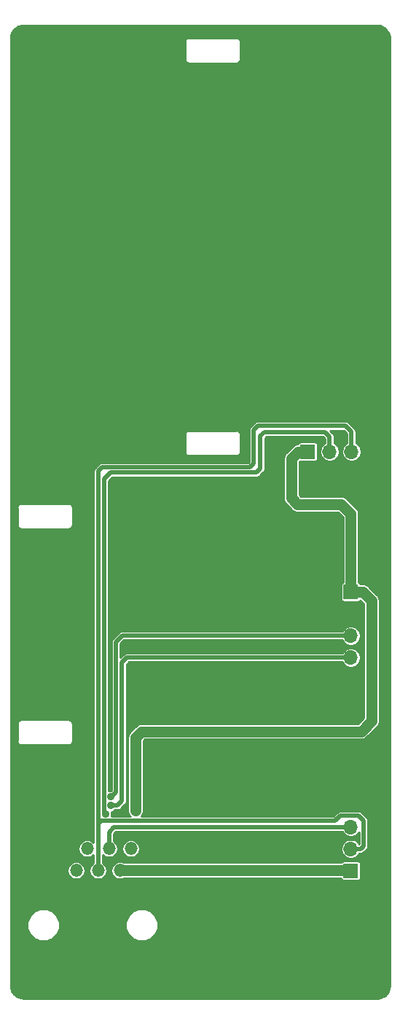
<source format=gbr>
G04 #@! TF.GenerationSoftware,KiCad,Pcbnew,5.0.2-bee76a0~70~ubuntu18.04.1*
G04 #@! TF.CreationDate,2019-09-06T11:27:55+02:00*
G04 #@! TF.ProjectId,sensor_board,73656e73-6f72-45f6-926f-6172642e6b69,1.0*
G04 #@! TF.SameCoordinates,Original*
G04 #@! TF.FileFunction,Copper,L1,Top*
G04 #@! TF.FilePolarity,Positive*
%FSLAX46Y46*%
G04 Gerber Fmt 4.6, Leading zero omitted, Abs format (unit mm)*
G04 Created by KiCad (PCBNEW 5.0.2-bee76a0~70~ubuntu18.04.1) date vie 06 sep 2019 11:27:55 CEST*
%MOMM*%
%LPD*%
G01*
G04 APERTURE LIST*
G04 #@! TA.AperFunction,ComponentPad*
%ADD10O,1.700000X1.700000*%
G04 #@! TD*
G04 #@! TA.AperFunction,ComponentPad*
%ADD11R,1.700000X1.700000*%
G04 #@! TD*
G04 #@! TA.AperFunction,ComponentPad*
%ADD12O,1.496060X1.496060*%
G04 #@! TD*
G04 #@! TA.AperFunction,ViaPad*
%ADD13C,0.876300*%
G04 #@! TD*
G04 #@! TA.AperFunction,Conductor*
%ADD14C,1.270000*%
G04 #@! TD*
G04 #@! TA.AperFunction,Conductor*
%ADD15C,0.508000*%
G04 #@! TD*
G04 #@! TA.AperFunction,Conductor*
%ADD16C,0.254000*%
G04 #@! TD*
G04 APERTURE END LIST*
D10*
G04 #@! TO.P,J2,4*
G04 #@! TO.N,/RXD2*
X155000000Y-118920000D03*
G04 #@! TO.P,J2,3*
G04 #@! TO.N,/TXD2*
X155000000Y-116380000D03*
G04 #@! TO.P,J2,2*
G04 #@! TO.N,GND*
X155000000Y-113840000D03*
D11*
G04 #@! TO.P,J2,1*
G04 #@! TO.N,+5V*
X155000000Y-111300000D03*
G04 #@! TD*
G04 #@! TO.P,J3,1*
G04 #@! TO.N,+3V3*
X155000000Y-143700000D03*
D10*
G04 #@! TO.P,J3,2*
G04 #@! TO.N,/I2C_SCL*
X155000000Y-141160000D03*
G04 #@! TO.P,J3,3*
G04 #@! TO.N,/I2C_SDA*
X155000000Y-138620000D03*
G04 #@! TO.P,J3,4*
G04 #@! TO.N,GND*
X155000000Y-136080000D03*
G04 #@! TD*
D12*
G04 #@! TO.P,J4,8*
G04 #@! TO.N,+5V*
X129445000Y-141110000D03*
G04 #@! TO.P,J4,7*
G04 #@! TO.N,+3V3*
X128175000Y-143650000D03*
G04 #@! TO.P,J4,6*
G04 #@! TO.N,/I2C_SDA*
X126905000Y-141110000D03*
G04 #@! TO.P,J4,4*
G04 #@! TO.N,/RXD2*
X124365000Y-141110000D03*
G04 #@! TO.P,J4,2*
G04 #@! TO.N,GND*
X121825000Y-141110000D03*
G04 #@! TO.P,J4,5*
G04 #@! TO.N,/I2C_SCL*
X125635000Y-143650000D03*
G04 #@! TO.P,J4,3*
G04 #@! TO.N,/TXD2*
X123095000Y-143650000D03*
G04 #@! TO.P,J4,1*
G04 #@! TO.N,GND*
X120555000Y-143650000D03*
G04 #@! TD*
D11*
G04 #@! TO.P,J5,1*
G04 #@! TO.N,+5V*
X150000000Y-95000000D03*
D10*
G04 #@! TO.P,J5,2*
G04 #@! TO.N,GND*
X150000000Y-97540000D03*
G04 #@! TO.P,J5,3*
G04 #@! TO.N,/I2C_SDA*
X152540000Y-95000000D03*
G04 #@! TO.P,J5,4*
G04 #@! TO.N,GND*
X152540000Y-97540000D03*
G04 #@! TO.P,J5,5*
G04 #@! TO.N,/I2C_SCL*
X155080000Y-95000000D03*
G04 #@! TO.P,J5,6*
G04 #@! TO.N,GND*
X155080000Y-97540000D03*
G04 #@! TD*
D13*
G04 #@! TO.N,+5V*
X130000000Y-136700000D03*
G04 #@! TO.N,/RXD2*
X127119150Y-136100000D03*
G04 #@! TO.N,/TXD2*
X127119150Y-135096697D03*
G04 #@! TO.N,/I2C_SDA*
X126500000Y-137080850D03*
G04 #@! TD*
D14*
G04 #@! TO.N,+5V*
X155000000Y-102200000D02*
X155000000Y-111300000D01*
X150000000Y-95000000D02*
X148900000Y-95000000D01*
X148100000Y-95800000D02*
X148100000Y-100400000D01*
X148900000Y-95000000D02*
X148100000Y-95800000D01*
X153900000Y-101100000D02*
X155000000Y-102200000D01*
X148800000Y-101100000D02*
X153900000Y-101100000D01*
X148100000Y-100400000D02*
X148800000Y-101100000D01*
X130000000Y-128200000D02*
X130700000Y-127500000D01*
X130000000Y-136700000D02*
X130000000Y-128200000D01*
X156400000Y-111300000D02*
X155000000Y-111300000D01*
X130700000Y-127500000D02*
X156200000Y-127500000D01*
X156200000Y-127500000D02*
X157400000Y-126300000D01*
X157400000Y-126300000D02*
X157400000Y-112300000D01*
X157400000Y-112300000D02*
X156400000Y-111300000D01*
G04 #@! TO.N,+3V3*
X154950000Y-143650000D02*
X155000000Y-143700000D01*
X128175000Y-143650000D02*
X154950000Y-143650000D01*
D15*
G04 #@! TO.N,/RXD2*
X127119150Y-136100000D02*
X127900000Y-136100000D01*
X127900000Y-136100000D02*
X128400000Y-135600000D01*
X128400000Y-135600000D02*
X128400000Y-119500000D01*
X128980000Y-118920000D02*
X155000000Y-118920000D01*
X128400000Y-119500000D02*
X128980000Y-118920000D01*
G04 #@! TO.N,/TXD2*
X128420000Y-116380000D02*
X155000000Y-116380000D01*
X127700000Y-117100000D02*
X128420000Y-116380000D01*
X127700000Y-134600000D02*
X127700000Y-117100000D01*
X127119150Y-135096697D02*
X127203303Y-135096697D01*
X127203303Y-135096697D02*
X127700000Y-134600000D01*
G04 #@! TO.N,/I2C_SCL*
X125635000Y-138265000D02*
X126000000Y-137900000D01*
X126000000Y-137900000D02*
X153200000Y-137900000D01*
X153788999Y-137311001D02*
X155911001Y-137311001D01*
X153200000Y-137900000D02*
X153788999Y-137311001D01*
X155911001Y-137311001D02*
X156500000Y-137900000D01*
X156500000Y-137900000D02*
X156500000Y-140800000D01*
X156140000Y-141160000D02*
X155000000Y-141160000D01*
X156500000Y-140800000D02*
X156140000Y-141160000D01*
X125635000Y-139100000D02*
X125635000Y-97265000D01*
X125635000Y-139100000D02*
X125635000Y-138265000D01*
X125635000Y-143650000D02*
X125635000Y-139100000D01*
X125635000Y-97265000D02*
X126100000Y-96800000D01*
X126100000Y-96800000D02*
X143300000Y-96800000D01*
X143300000Y-96800000D02*
X143700000Y-96400000D01*
X143700000Y-96400000D02*
X143700000Y-92500000D01*
X143700000Y-92500000D02*
X144200000Y-92000000D01*
X144200000Y-92000000D02*
X154400000Y-92000000D01*
X155080000Y-92680000D02*
X155080000Y-95000000D01*
X154400000Y-92000000D02*
X155080000Y-92680000D01*
G04 #@! TO.N,/I2C_SDA*
X155000000Y-138620000D02*
X127480000Y-138620000D01*
X126905000Y-139195000D02*
X126905000Y-141110000D01*
X127480000Y-138620000D02*
X126905000Y-139195000D01*
X126500000Y-137080850D02*
X126300000Y-136880850D01*
X126300000Y-98200000D02*
X127064990Y-97435010D01*
X126300000Y-136880850D02*
X126300000Y-98200000D01*
X127064990Y-97435010D02*
X144064990Y-97435010D01*
X144064990Y-97435010D02*
X144500000Y-97000000D01*
X144500000Y-97000000D02*
X144500000Y-93200000D01*
X144500000Y-93200000D02*
X145000000Y-92700000D01*
X145000000Y-92700000D02*
X152000000Y-92700000D01*
X152540000Y-93240000D02*
X152540000Y-95000000D01*
X152000000Y-92700000D02*
X152540000Y-93240000D01*
G04 #@! TD*
D16*
G04 #@! TO.N,GND*
G36*
X158428101Y-45536003D02*
X158821792Y-45715003D01*
X159149416Y-45997303D01*
X159384640Y-46360210D01*
X159513207Y-46790109D01*
X159530100Y-47017437D01*
X159530101Y-156966518D01*
X159463997Y-157428101D01*
X159284997Y-157821793D01*
X159002699Y-158149415D01*
X158639792Y-158384639D01*
X158209891Y-158513207D01*
X157982563Y-158530100D01*
X117033475Y-158530100D01*
X116571899Y-158463997D01*
X116178207Y-158284997D01*
X115850585Y-158002699D01*
X115615361Y-157639792D01*
X115486793Y-157209891D01*
X115469900Y-156982563D01*
X115469900Y-149626377D01*
X117406670Y-149626377D01*
X117406670Y-150373623D01*
X117692628Y-151063989D01*
X118221011Y-151592372D01*
X118911377Y-151878330D01*
X119658623Y-151878330D01*
X120348989Y-151592372D01*
X120877372Y-151063989D01*
X121163330Y-150373623D01*
X121163330Y-149626377D01*
X128836670Y-149626377D01*
X128836670Y-150373623D01*
X129122628Y-151063989D01*
X129651011Y-151592372D01*
X130341377Y-151878330D01*
X131088623Y-151878330D01*
X131778989Y-151592372D01*
X132307372Y-151063989D01*
X132593330Y-150373623D01*
X132593330Y-149626377D01*
X132307372Y-148936011D01*
X131778989Y-148407628D01*
X131088623Y-148121670D01*
X130341377Y-148121670D01*
X129651011Y-148407628D01*
X129122628Y-148936011D01*
X128836670Y-149626377D01*
X121163330Y-149626377D01*
X120877372Y-148936011D01*
X120348989Y-148407628D01*
X119658623Y-148121670D01*
X118911377Y-148121670D01*
X118221011Y-148407628D01*
X117692628Y-148936011D01*
X117406670Y-149626377D01*
X115469900Y-149626377D01*
X115469900Y-143650000D01*
X122047442Y-143650000D01*
X122127183Y-144050883D01*
X122354265Y-144390735D01*
X122694117Y-144617817D01*
X122993810Y-144677430D01*
X123196190Y-144677430D01*
X123495883Y-144617817D01*
X123835735Y-144390735D01*
X124062817Y-144050883D01*
X124142558Y-143650000D01*
X124062817Y-143249117D01*
X123835735Y-142909265D01*
X123495883Y-142682183D01*
X123196190Y-142622570D01*
X122993810Y-142622570D01*
X122694117Y-142682183D01*
X122354265Y-142909265D01*
X122127183Y-143249117D01*
X122047442Y-143650000D01*
X115469900Y-143650000D01*
X115469900Y-141110000D01*
X123317442Y-141110000D01*
X123397183Y-141510883D01*
X123624265Y-141850735D01*
X123964117Y-142077817D01*
X124263810Y-142137430D01*
X124466190Y-142137430D01*
X124765883Y-142077817D01*
X125101600Y-141853498D01*
X125101600Y-142770728D01*
X124894265Y-142909265D01*
X124667183Y-143249117D01*
X124587442Y-143650000D01*
X124667183Y-144050883D01*
X124894265Y-144390735D01*
X125234117Y-144617817D01*
X125533810Y-144677430D01*
X125736190Y-144677430D01*
X126035883Y-144617817D01*
X126375735Y-144390735D01*
X126602817Y-144050883D01*
X126682558Y-143650000D01*
X127127442Y-143650000D01*
X127207183Y-144050883D01*
X127434265Y-144390735D01*
X127774117Y-144617817D01*
X128073810Y-144677430D01*
X128276190Y-144677430D01*
X128575883Y-144617817D01*
X128655827Y-144564400D01*
X153867991Y-144564400D01*
X153886812Y-144659016D01*
X153948564Y-144751436D01*
X154040984Y-144813188D01*
X154150000Y-144834873D01*
X155850000Y-144834873D01*
X155959016Y-144813188D01*
X156051436Y-144751436D01*
X156113188Y-144659016D01*
X156134873Y-144550000D01*
X156134873Y-142850000D01*
X156113188Y-142740984D01*
X156051436Y-142648564D01*
X155959016Y-142586812D01*
X155850000Y-142565127D01*
X154150000Y-142565127D01*
X154040984Y-142586812D01*
X153948564Y-142648564D01*
X153890409Y-142735600D01*
X128655827Y-142735600D01*
X128575883Y-142682183D01*
X128276190Y-142622570D01*
X128073810Y-142622570D01*
X127774117Y-142682183D01*
X127434265Y-142909265D01*
X127207183Y-143249117D01*
X127127442Y-143650000D01*
X126682558Y-143650000D01*
X126602817Y-143249117D01*
X126375735Y-142909265D01*
X126168400Y-142770728D01*
X126168400Y-141853498D01*
X126504117Y-142077817D01*
X126803810Y-142137430D01*
X127006190Y-142137430D01*
X127305883Y-142077817D01*
X127645735Y-141850735D01*
X127872817Y-141510883D01*
X127952558Y-141110000D01*
X128397442Y-141110000D01*
X128477183Y-141510883D01*
X128704265Y-141850735D01*
X129044117Y-142077817D01*
X129343810Y-142137430D01*
X129546190Y-142137430D01*
X129845883Y-142077817D01*
X130185735Y-141850735D01*
X130412817Y-141510883D01*
X130492558Y-141110000D01*
X130412817Y-140709117D01*
X130185735Y-140369265D01*
X129845883Y-140142183D01*
X129546190Y-140082570D01*
X129343810Y-140082570D01*
X129044117Y-140142183D01*
X128704265Y-140369265D01*
X128477183Y-140709117D01*
X128397442Y-141110000D01*
X127952558Y-141110000D01*
X127872817Y-140709117D01*
X127645735Y-140369265D01*
X127438400Y-140230728D01*
X127438400Y-139415940D01*
X127700941Y-139153400D01*
X153998089Y-139153400D01*
X154185748Y-139434252D01*
X154559330Y-139683871D01*
X154888765Y-139749400D01*
X155111235Y-139749400D01*
X155440670Y-139683871D01*
X155814252Y-139434252D01*
X155966600Y-139206246D01*
X155966601Y-140573755D01*
X155814252Y-140345748D01*
X155440670Y-140096129D01*
X155111235Y-140030600D01*
X154888765Y-140030600D01*
X154559330Y-140096129D01*
X154185748Y-140345748D01*
X153936129Y-140719330D01*
X153848474Y-141160000D01*
X153936129Y-141600670D01*
X154185748Y-141974252D01*
X154559330Y-142223871D01*
X154888765Y-142289400D01*
X155111235Y-142289400D01*
X155440670Y-142223871D01*
X155814252Y-141974252D01*
X156001911Y-141693400D01*
X156087474Y-141693400D01*
X156140000Y-141703848D01*
X156192526Y-141693400D01*
X156192531Y-141693400D01*
X156348122Y-141662451D01*
X156524559Y-141544559D01*
X156554317Y-141500023D01*
X156840025Y-141214316D01*
X156884559Y-141184559D01*
X157002451Y-141008122D01*
X157033400Y-140852531D01*
X157033400Y-140852527D01*
X157043848Y-140800000D01*
X157033400Y-140747473D01*
X157033400Y-137952525D01*
X157043848Y-137899999D01*
X157033400Y-137847473D01*
X157033400Y-137847469D01*
X157002451Y-137691878D01*
X156884559Y-137515441D01*
X156840026Y-137485685D01*
X156325318Y-136970978D01*
X156295560Y-136926442D01*
X156119123Y-136808550D01*
X155963532Y-136777601D01*
X155963527Y-136777601D01*
X155911001Y-136767153D01*
X155858475Y-136777601D01*
X153841524Y-136777601D01*
X153788998Y-136767153D01*
X153736472Y-136777601D01*
X153736468Y-136777601D01*
X153580877Y-136808550D01*
X153404440Y-136926442D01*
X153374683Y-136970976D01*
X152979060Y-137366600D01*
X130648240Y-137366600D01*
X130659246Y-137359246D01*
X130861346Y-137056781D01*
X130914400Y-136790060D01*
X130914400Y-128578756D01*
X131078757Y-128414400D01*
X156109941Y-128414400D01*
X156200000Y-128432314D01*
X156290059Y-128414400D01*
X156290060Y-128414400D01*
X156556781Y-128361346D01*
X156859246Y-128159246D01*
X156910264Y-128082892D01*
X157982895Y-127010262D01*
X158059246Y-126959246D01*
X158261346Y-126656781D01*
X158314400Y-126390060D01*
X158314400Y-126390059D01*
X158332314Y-126300001D01*
X158314400Y-126209942D01*
X158314400Y-112390060D01*
X158332314Y-112300000D01*
X158261346Y-111943218D01*
X158182136Y-111824673D01*
X158059246Y-111640754D01*
X157982895Y-111589738D01*
X157110264Y-110717108D01*
X157059246Y-110640754D01*
X156756781Y-110438654D01*
X156490060Y-110385600D01*
X156490059Y-110385600D01*
X156400000Y-110367686D01*
X156309941Y-110385600D01*
X156122063Y-110385600D01*
X156113188Y-110340984D01*
X156051436Y-110248564D01*
X155959016Y-110186812D01*
X155914400Y-110177937D01*
X155914400Y-102290059D01*
X155932314Y-102200000D01*
X155886544Y-101969900D01*
X155861346Y-101843219D01*
X155659246Y-101540754D01*
X155582895Y-101489738D01*
X154610264Y-100517108D01*
X154559246Y-100440754D01*
X154256781Y-100238654D01*
X153990060Y-100185600D01*
X153990059Y-100185600D01*
X153900000Y-100167686D01*
X153809941Y-100185600D01*
X149178757Y-100185600D01*
X149014400Y-100021244D01*
X149014400Y-96178756D01*
X149073500Y-96119656D01*
X149150000Y-96134873D01*
X150850000Y-96134873D01*
X150959016Y-96113188D01*
X151051436Y-96051436D01*
X151113188Y-95959016D01*
X151134873Y-95850000D01*
X151134873Y-94150000D01*
X151113188Y-94040984D01*
X151051436Y-93948564D01*
X150959016Y-93886812D01*
X150850000Y-93865127D01*
X149150000Y-93865127D01*
X149040984Y-93886812D01*
X148948564Y-93948564D01*
X148886812Y-94040984D01*
X148880738Y-94071517D01*
X148809941Y-94085600D01*
X148809940Y-94085600D01*
X148543219Y-94138654D01*
X148240754Y-94340754D01*
X148189738Y-94417105D01*
X147517107Y-95089736D01*
X147440754Y-95140754D01*
X147238654Y-95443220D01*
X147218638Y-95543849D01*
X147167686Y-95800000D01*
X147185600Y-95890059D01*
X147185601Y-100309936D01*
X147167686Y-100400000D01*
X147190980Y-100517103D01*
X147238655Y-100756781D01*
X147440755Y-101059246D01*
X147517105Y-101110262D01*
X148089738Y-101682895D01*
X148140754Y-101759246D01*
X148443219Y-101961346D01*
X148709940Y-102014400D01*
X148799999Y-102032314D01*
X148890058Y-102014400D01*
X153521244Y-102014400D01*
X154085600Y-102578757D01*
X154085601Y-110177937D01*
X154040984Y-110186812D01*
X153948564Y-110248564D01*
X153886812Y-110340984D01*
X153865127Y-110450000D01*
X153865127Y-112150000D01*
X153886812Y-112259016D01*
X153948564Y-112351436D01*
X154040984Y-112413188D01*
X154150000Y-112434873D01*
X155850000Y-112434873D01*
X155959016Y-112413188D01*
X156051436Y-112351436D01*
X156094231Y-112287387D01*
X156485601Y-112678758D01*
X156485600Y-125921243D01*
X155821244Y-126585600D01*
X130790058Y-126585600D01*
X130699999Y-126567686D01*
X130609940Y-126585600D01*
X130343219Y-126638654D01*
X130040754Y-126840754D01*
X129989739Y-126917104D01*
X129417105Y-127489738D01*
X129340755Y-127540754D01*
X129289740Y-127617104D01*
X129138655Y-127843219D01*
X129067686Y-128200000D01*
X129085601Y-128290064D01*
X129085600Y-136790059D01*
X129138654Y-137056780D01*
X129340754Y-137359246D01*
X129351760Y-137366600D01*
X127158309Y-137366600D01*
X127217550Y-137223580D01*
X127217550Y-136938120D01*
X127167609Y-136817550D01*
X127261880Y-136817550D01*
X127525610Y-136708310D01*
X127600520Y-136633400D01*
X127847474Y-136633400D01*
X127900000Y-136643848D01*
X127952526Y-136633400D01*
X127952531Y-136633400D01*
X128108122Y-136602451D01*
X128284559Y-136484559D01*
X128314317Y-136440023D01*
X128740026Y-136014315D01*
X128784559Y-135984559D01*
X128902451Y-135808122D01*
X128933400Y-135652531D01*
X128933400Y-135652527D01*
X128943848Y-135600000D01*
X128933400Y-135547473D01*
X128933400Y-119720940D01*
X129200941Y-119453400D01*
X153998089Y-119453400D01*
X154185748Y-119734252D01*
X154559330Y-119983871D01*
X154888765Y-120049400D01*
X155111235Y-120049400D01*
X155440670Y-119983871D01*
X155814252Y-119734252D01*
X156063871Y-119360670D01*
X156151526Y-118920000D01*
X156063871Y-118479330D01*
X155814252Y-118105748D01*
X155440670Y-117856129D01*
X155111235Y-117790600D01*
X154888765Y-117790600D01*
X154559330Y-117856129D01*
X154185748Y-118105748D01*
X153998089Y-118386600D01*
X129032527Y-118386600D01*
X128980000Y-118376152D01*
X128927473Y-118386600D01*
X128927469Y-118386600D01*
X128771878Y-118417549D01*
X128595441Y-118535441D01*
X128565684Y-118579975D01*
X128233400Y-118912260D01*
X128233400Y-117320940D01*
X128640941Y-116913400D01*
X153998089Y-116913400D01*
X154185748Y-117194252D01*
X154559330Y-117443871D01*
X154888765Y-117509400D01*
X155111235Y-117509400D01*
X155440670Y-117443871D01*
X155814252Y-117194252D01*
X156063871Y-116820670D01*
X156151526Y-116380000D01*
X156063871Y-115939330D01*
X155814252Y-115565748D01*
X155440670Y-115316129D01*
X155111235Y-115250600D01*
X154888765Y-115250600D01*
X154559330Y-115316129D01*
X154185748Y-115565748D01*
X153998089Y-115846600D01*
X128472527Y-115846600D01*
X128420000Y-115836152D01*
X128367473Y-115846600D01*
X128367469Y-115846600D01*
X128211878Y-115877549D01*
X128035441Y-115995441D01*
X128005684Y-116039975D01*
X127359975Y-116685685D01*
X127315442Y-116715441D01*
X127285686Y-116759974D01*
X127285685Y-116759975D01*
X127197550Y-116891878D01*
X127156152Y-117100000D01*
X127166601Y-117152531D01*
X127166600Y-134379059D01*
X127166512Y-134379147D01*
X126976420Y-134379147D01*
X126833400Y-134438388D01*
X126833400Y-98420940D01*
X127285931Y-97968410D01*
X144012464Y-97968410D01*
X144064990Y-97978858D01*
X144117516Y-97968410D01*
X144117521Y-97968410D01*
X144273112Y-97937461D01*
X144449549Y-97819569D01*
X144479307Y-97775033D01*
X144840026Y-97414315D01*
X144884559Y-97384559D01*
X145002451Y-97208122D01*
X145033400Y-97052531D01*
X145033400Y-97052527D01*
X145043848Y-97000001D01*
X145033400Y-96947475D01*
X145033400Y-93420940D01*
X145220941Y-93233400D01*
X151779060Y-93233400D01*
X152006600Y-93460941D01*
X152006600Y-93998089D01*
X151725748Y-94185748D01*
X151476129Y-94559330D01*
X151388474Y-95000000D01*
X151476129Y-95440670D01*
X151725748Y-95814252D01*
X152099330Y-96063871D01*
X152428765Y-96129400D01*
X152651235Y-96129400D01*
X152980670Y-96063871D01*
X153354252Y-95814252D01*
X153603871Y-95440670D01*
X153691526Y-95000000D01*
X153603871Y-94559330D01*
X153354252Y-94185748D01*
X153073400Y-93998089D01*
X153073400Y-93292525D01*
X153083848Y-93239999D01*
X153073400Y-93187473D01*
X153073400Y-93187469D01*
X153042451Y-93031878D01*
X152924559Y-92855441D01*
X152880026Y-92825685D01*
X152587740Y-92533400D01*
X154179060Y-92533400D01*
X154546600Y-92900941D01*
X154546601Y-93998089D01*
X154265748Y-94185748D01*
X154016129Y-94559330D01*
X153928474Y-95000000D01*
X154016129Y-95440670D01*
X154265748Y-95814252D01*
X154639330Y-96063871D01*
X154968765Y-96129400D01*
X155191235Y-96129400D01*
X155520670Y-96063871D01*
X155894252Y-95814252D01*
X156143871Y-95440670D01*
X156231526Y-95000000D01*
X156143871Y-94559330D01*
X155894252Y-94185748D01*
X155613400Y-93998089D01*
X155613400Y-92732525D01*
X155623848Y-92679999D01*
X155613400Y-92627473D01*
X155613400Y-92627469D01*
X155582451Y-92471878D01*
X155464559Y-92295441D01*
X155420026Y-92265685D01*
X154814317Y-91659977D01*
X154784559Y-91615441D01*
X154608122Y-91497549D01*
X154452531Y-91466600D01*
X154452526Y-91466600D01*
X154400000Y-91456152D01*
X154347474Y-91466600D01*
X144252527Y-91466600D01*
X144200000Y-91456152D01*
X144147473Y-91466600D01*
X144147469Y-91466600D01*
X143991878Y-91497549D01*
X143815441Y-91615441D01*
X143785684Y-91659975D01*
X143359975Y-92085685D01*
X143315442Y-92115441D01*
X143285686Y-92159974D01*
X143285685Y-92159975D01*
X143197550Y-92291878D01*
X143156152Y-92500000D01*
X143166601Y-92552531D01*
X143166600Y-96179059D01*
X143079059Y-96266600D01*
X126152525Y-96266600D01*
X126099999Y-96256152D01*
X126047473Y-96266600D01*
X126047469Y-96266600D01*
X125891878Y-96297549D01*
X125715441Y-96415441D01*
X125685684Y-96459975D01*
X125294975Y-96850685D01*
X125250442Y-96880441D01*
X125132550Y-97056878D01*
X125102466Y-97208123D01*
X125091152Y-97265000D01*
X125101601Y-97317531D01*
X125101600Y-138212469D01*
X125101600Y-138212474D01*
X125091152Y-138265000D01*
X125101600Y-138317526D01*
X125101600Y-139152530D01*
X125101601Y-139152535D01*
X125101601Y-140366503D01*
X124765883Y-140142183D01*
X124466190Y-140082570D01*
X124263810Y-140082570D01*
X123964117Y-140142183D01*
X123624265Y-140369265D01*
X123397183Y-140709117D01*
X123317442Y-141110000D01*
X115469900Y-141110000D01*
X115469900Y-126600000D01*
X116220895Y-126600000D01*
X116230100Y-126646277D01*
X116230101Y-128553719D01*
X116220895Y-128600000D01*
X116257365Y-128783346D01*
X116361222Y-128938778D01*
X116516654Y-129042635D01*
X116653724Y-129069900D01*
X116700000Y-129079105D01*
X116746276Y-129069900D01*
X122153724Y-129069900D01*
X122200000Y-129079105D01*
X122246276Y-129069900D01*
X122383346Y-129042635D01*
X122538778Y-128938778D01*
X122642635Y-128783346D01*
X122679105Y-128600000D01*
X122669900Y-128553724D01*
X122669900Y-126646276D01*
X122679105Y-126600000D01*
X122642635Y-126416654D01*
X122538778Y-126261222D01*
X122383346Y-126157365D01*
X122246276Y-126130100D01*
X122200000Y-126120895D01*
X122153724Y-126130100D01*
X116746276Y-126130100D01*
X116700000Y-126120895D01*
X116653724Y-126130100D01*
X116516654Y-126157365D01*
X116361222Y-126261222D01*
X116257365Y-126416654D01*
X116220895Y-126600000D01*
X115469900Y-126600000D01*
X115469900Y-101500000D01*
X116220895Y-101500000D01*
X116230100Y-101546277D01*
X116230101Y-103453719D01*
X116220895Y-103500000D01*
X116257365Y-103683346D01*
X116361222Y-103838778D01*
X116516654Y-103942635D01*
X116653724Y-103969900D01*
X116700000Y-103979105D01*
X116746276Y-103969900D01*
X122153724Y-103969900D01*
X122200000Y-103979105D01*
X122246276Y-103969900D01*
X122383346Y-103942635D01*
X122538778Y-103838778D01*
X122642635Y-103683346D01*
X122679105Y-103500000D01*
X122669900Y-103453724D01*
X122669900Y-101546276D01*
X122679105Y-101500000D01*
X122642635Y-101316654D01*
X122538778Y-101161222D01*
X122383346Y-101057365D01*
X122246276Y-101030100D01*
X122200000Y-101020895D01*
X122153724Y-101030100D01*
X116746276Y-101030100D01*
X116700000Y-101020895D01*
X116653724Y-101030100D01*
X116516654Y-101057365D01*
X116361222Y-101161222D01*
X116257365Y-101316654D01*
X116220895Y-101500000D01*
X115469900Y-101500000D01*
X115469900Y-93000000D01*
X135720895Y-93000000D01*
X135730100Y-93046277D01*
X135730101Y-94953719D01*
X135720895Y-95000000D01*
X135757365Y-95183346D01*
X135861222Y-95338778D01*
X136016654Y-95442635D01*
X136153724Y-95469900D01*
X136200000Y-95479105D01*
X136246276Y-95469900D01*
X141653724Y-95469900D01*
X141700000Y-95479105D01*
X141746276Y-95469900D01*
X141883346Y-95442635D01*
X142038778Y-95338778D01*
X142142635Y-95183346D01*
X142179105Y-95000000D01*
X142169900Y-94953724D01*
X142169900Y-93046276D01*
X142179105Y-93000000D01*
X142142635Y-92816654D01*
X142038778Y-92661222D01*
X141883346Y-92557365D01*
X141700000Y-92520895D01*
X141653724Y-92530100D01*
X136246276Y-92530100D01*
X136200000Y-92520895D01*
X136016654Y-92557365D01*
X135861222Y-92661222D01*
X135757365Y-92816654D01*
X135720895Y-93000000D01*
X115469900Y-93000000D01*
X115469900Y-47400000D01*
X135720895Y-47400000D01*
X135730100Y-47446277D01*
X135730101Y-49353719D01*
X135720895Y-49400000D01*
X135757365Y-49583346D01*
X135861222Y-49738778D01*
X136016654Y-49842635D01*
X136153724Y-49869900D01*
X136200000Y-49879105D01*
X136246276Y-49869900D01*
X141653724Y-49869900D01*
X141700000Y-49879105D01*
X141746276Y-49869900D01*
X141883346Y-49842635D01*
X142038778Y-49738778D01*
X142142635Y-49583346D01*
X142179105Y-49400000D01*
X142169900Y-49353724D01*
X142169900Y-47446276D01*
X142179105Y-47400000D01*
X142142635Y-47216654D01*
X142038778Y-47061222D01*
X141883346Y-46957365D01*
X141746276Y-46930100D01*
X141700000Y-46920895D01*
X141653724Y-46930100D01*
X136246276Y-46930100D01*
X136200000Y-46920895D01*
X136153724Y-46930100D01*
X136016654Y-46957365D01*
X135861222Y-47061222D01*
X135757365Y-47216654D01*
X135720895Y-47400000D01*
X115469900Y-47400000D01*
X115469900Y-47033475D01*
X115536003Y-46571899D01*
X115715003Y-46178208D01*
X115997303Y-45850584D01*
X116360210Y-45615360D01*
X116790109Y-45486793D01*
X117017437Y-45469900D01*
X157966525Y-45469900D01*
X158428101Y-45536003D01*
X158428101Y-45536003D01*
G37*
X158428101Y-45536003D02*
X158821792Y-45715003D01*
X159149416Y-45997303D01*
X159384640Y-46360210D01*
X159513207Y-46790109D01*
X159530100Y-47017437D01*
X159530101Y-156966518D01*
X159463997Y-157428101D01*
X159284997Y-157821793D01*
X159002699Y-158149415D01*
X158639792Y-158384639D01*
X158209891Y-158513207D01*
X157982563Y-158530100D01*
X117033475Y-158530100D01*
X116571899Y-158463997D01*
X116178207Y-158284997D01*
X115850585Y-158002699D01*
X115615361Y-157639792D01*
X115486793Y-157209891D01*
X115469900Y-156982563D01*
X115469900Y-149626377D01*
X117406670Y-149626377D01*
X117406670Y-150373623D01*
X117692628Y-151063989D01*
X118221011Y-151592372D01*
X118911377Y-151878330D01*
X119658623Y-151878330D01*
X120348989Y-151592372D01*
X120877372Y-151063989D01*
X121163330Y-150373623D01*
X121163330Y-149626377D01*
X128836670Y-149626377D01*
X128836670Y-150373623D01*
X129122628Y-151063989D01*
X129651011Y-151592372D01*
X130341377Y-151878330D01*
X131088623Y-151878330D01*
X131778989Y-151592372D01*
X132307372Y-151063989D01*
X132593330Y-150373623D01*
X132593330Y-149626377D01*
X132307372Y-148936011D01*
X131778989Y-148407628D01*
X131088623Y-148121670D01*
X130341377Y-148121670D01*
X129651011Y-148407628D01*
X129122628Y-148936011D01*
X128836670Y-149626377D01*
X121163330Y-149626377D01*
X120877372Y-148936011D01*
X120348989Y-148407628D01*
X119658623Y-148121670D01*
X118911377Y-148121670D01*
X118221011Y-148407628D01*
X117692628Y-148936011D01*
X117406670Y-149626377D01*
X115469900Y-149626377D01*
X115469900Y-143650000D01*
X122047442Y-143650000D01*
X122127183Y-144050883D01*
X122354265Y-144390735D01*
X122694117Y-144617817D01*
X122993810Y-144677430D01*
X123196190Y-144677430D01*
X123495883Y-144617817D01*
X123835735Y-144390735D01*
X124062817Y-144050883D01*
X124142558Y-143650000D01*
X124062817Y-143249117D01*
X123835735Y-142909265D01*
X123495883Y-142682183D01*
X123196190Y-142622570D01*
X122993810Y-142622570D01*
X122694117Y-142682183D01*
X122354265Y-142909265D01*
X122127183Y-143249117D01*
X122047442Y-143650000D01*
X115469900Y-143650000D01*
X115469900Y-141110000D01*
X123317442Y-141110000D01*
X123397183Y-141510883D01*
X123624265Y-141850735D01*
X123964117Y-142077817D01*
X124263810Y-142137430D01*
X124466190Y-142137430D01*
X124765883Y-142077817D01*
X125101600Y-141853498D01*
X125101600Y-142770728D01*
X124894265Y-142909265D01*
X124667183Y-143249117D01*
X124587442Y-143650000D01*
X124667183Y-144050883D01*
X124894265Y-144390735D01*
X125234117Y-144617817D01*
X125533810Y-144677430D01*
X125736190Y-144677430D01*
X126035883Y-144617817D01*
X126375735Y-144390735D01*
X126602817Y-144050883D01*
X126682558Y-143650000D01*
X127127442Y-143650000D01*
X127207183Y-144050883D01*
X127434265Y-144390735D01*
X127774117Y-144617817D01*
X128073810Y-144677430D01*
X128276190Y-144677430D01*
X128575883Y-144617817D01*
X128655827Y-144564400D01*
X153867991Y-144564400D01*
X153886812Y-144659016D01*
X153948564Y-144751436D01*
X154040984Y-144813188D01*
X154150000Y-144834873D01*
X155850000Y-144834873D01*
X155959016Y-144813188D01*
X156051436Y-144751436D01*
X156113188Y-144659016D01*
X156134873Y-144550000D01*
X156134873Y-142850000D01*
X156113188Y-142740984D01*
X156051436Y-142648564D01*
X155959016Y-142586812D01*
X155850000Y-142565127D01*
X154150000Y-142565127D01*
X154040984Y-142586812D01*
X153948564Y-142648564D01*
X153890409Y-142735600D01*
X128655827Y-142735600D01*
X128575883Y-142682183D01*
X128276190Y-142622570D01*
X128073810Y-142622570D01*
X127774117Y-142682183D01*
X127434265Y-142909265D01*
X127207183Y-143249117D01*
X127127442Y-143650000D01*
X126682558Y-143650000D01*
X126602817Y-143249117D01*
X126375735Y-142909265D01*
X126168400Y-142770728D01*
X126168400Y-141853498D01*
X126504117Y-142077817D01*
X126803810Y-142137430D01*
X127006190Y-142137430D01*
X127305883Y-142077817D01*
X127645735Y-141850735D01*
X127872817Y-141510883D01*
X127952558Y-141110000D01*
X128397442Y-141110000D01*
X128477183Y-141510883D01*
X128704265Y-141850735D01*
X129044117Y-142077817D01*
X129343810Y-142137430D01*
X129546190Y-142137430D01*
X129845883Y-142077817D01*
X130185735Y-141850735D01*
X130412817Y-141510883D01*
X130492558Y-141110000D01*
X130412817Y-140709117D01*
X130185735Y-140369265D01*
X129845883Y-140142183D01*
X129546190Y-140082570D01*
X129343810Y-140082570D01*
X129044117Y-140142183D01*
X128704265Y-140369265D01*
X128477183Y-140709117D01*
X128397442Y-141110000D01*
X127952558Y-141110000D01*
X127872817Y-140709117D01*
X127645735Y-140369265D01*
X127438400Y-140230728D01*
X127438400Y-139415940D01*
X127700941Y-139153400D01*
X153998089Y-139153400D01*
X154185748Y-139434252D01*
X154559330Y-139683871D01*
X154888765Y-139749400D01*
X155111235Y-139749400D01*
X155440670Y-139683871D01*
X155814252Y-139434252D01*
X155966600Y-139206246D01*
X155966601Y-140573755D01*
X155814252Y-140345748D01*
X155440670Y-140096129D01*
X155111235Y-140030600D01*
X154888765Y-140030600D01*
X154559330Y-140096129D01*
X154185748Y-140345748D01*
X153936129Y-140719330D01*
X153848474Y-141160000D01*
X153936129Y-141600670D01*
X154185748Y-141974252D01*
X154559330Y-142223871D01*
X154888765Y-142289400D01*
X155111235Y-142289400D01*
X155440670Y-142223871D01*
X155814252Y-141974252D01*
X156001911Y-141693400D01*
X156087474Y-141693400D01*
X156140000Y-141703848D01*
X156192526Y-141693400D01*
X156192531Y-141693400D01*
X156348122Y-141662451D01*
X156524559Y-141544559D01*
X156554317Y-141500023D01*
X156840025Y-141214316D01*
X156884559Y-141184559D01*
X157002451Y-141008122D01*
X157033400Y-140852531D01*
X157033400Y-140852527D01*
X157043848Y-140800000D01*
X157033400Y-140747473D01*
X157033400Y-137952525D01*
X157043848Y-137899999D01*
X157033400Y-137847473D01*
X157033400Y-137847469D01*
X157002451Y-137691878D01*
X156884559Y-137515441D01*
X156840026Y-137485685D01*
X156325318Y-136970978D01*
X156295560Y-136926442D01*
X156119123Y-136808550D01*
X155963532Y-136777601D01*
X155963527Y-136777601D01*
X155911001Y-136767153D01*
X155858475Y-136777601D01*
X153841524Y-136777601D01*
X153788998Y-136767153D01*
X153736472Y-136777601D01*
X153736468Y-136777601D01*
X153580877Y-136808550D01*
X153404440Y-136926442D01*
X153374683Y-136970976D01*
X152979060Y-137366600D01*
X130648240Y-137366600D01*
X130659246Y-137359246D01*
X130861346Y-137056781D01*
X130914400Y-136790060D01*
X130914400Y-128578756D01*
X131078757Y-128414400D01*
X156109941Y-128414400D01*
X156200000Y-128432314D01*
X156290059Y-128414400D01*
X156290060Y-128414400D01*
X156556781Y-128361346D01*
X156859246Y-128159246D01*
X156910264Y-128082892D01*
X157982895Y-127010262D01*
X158059246Y-126959246D01*
X158261346Y-126656781D01*
X158314400Y-126390060D01*
X158314400Y-126390059D01*
X158332314Y-126300001D01*
X158314400Y-126209942D01*
X158314400Y-112390060D01*
X158332314Y-112300000D01*
X158261346Y-111943218D01*
X158182136Y-111824673D01*
X158059246Y-111640754D01*
X157982895Y-111589738D01*
X157110264Y-110717108D01*
X157059246Y-110640754D01*
X156756781Y-110438654D01*
X156490060Y-110385600D01*
X156490059Y-110385600D01*
X156400000Y-110367686D01*
X156309941Y-110385600D01*
X156122063Y-110385600D01*
X156113188Y-110340984D01*
X156051436Y-110248564D01*
X155959016Y-110186812D01*
X155914400Y-110177937D01*
X155914400Y-102290059D01*
X155932314Y-102200000D01*
X155886544Y-101969900D01*
X155861346Y-101843219D01*
X155659246Y-101540754D01*
X155582895Y-101489738D01*
X154610264Y-100517108D01*
X154559246Y-100440754D01*
X154256781Y-100238654D01*
X153990060Y-100185600D01*
X153990059Y-100185600D01*
X153900000Y-100167686D01*
X153809941Y-100185600D01*
X149178757Y-100185600D01*
X149014400Y-100021244D01*
X149014400Y-96178756D01*
X149073500Y-96119656D01*
X149150000Y-96134873D01*
X150850000Y-96134873D01*
X150959016Y-96113188D01*
X151051436Y-96051436D01*
X151113188Y-95959016D01*
X151134873Y-95850000D01*
X151134873Y-94150000D01*
X151113188Y-94040984D01*
X151051436Y-93948564D01*
X150959016Y-93886812D01*
X150850000Y-93865127D01*
X149150000Y-93865127D01*
X149040984Y-93886812D01*
X148948564Y-93948564D01*
X148886812Y-94040984D01*
X148880738Y-94071517D01*
X148809941Y-94085600D01*
X148809940Y-94085600D01*
X148543219Y-94138654D01*
X148240754Y-94340754D01*
X148189738Y-94417105D01*
X147517107Y-95089736D01*
X147440754Y-95140754D01*
X147238654Y-95443220D01*
X147218638Y-95543849D01*
X147167686Y-95800000D01*
X147185600Y-95890059D01*
X147185601Y-100309936D01*
X147167686Y-100400000D01*
X147190980Y-100517103D01*
X147238655Y-100756781D01*
X147440755Y-101059246D01*
X147517105Y-101110262D01*
X148089738Y-101682895D01*
X148140754Y-101759246D01*
X148443219Y-101961346D01*
X148709940Y-102014400D01*
X148799999Y-102032314D01*
X148890058Y-102014400D01*
X153521244Y-102014400D01*
X154085600Y-102578757D01*
X154085601Y-110177937D01*
X154040984Y-110186812D01*
X153948564Y-110248564D01*
X153886812Y-110340984D01*
X153865127Y-110450000D01*
X153865127Y-112150000D01*
X153886812Y-112259016D01*
X153948564Y-112351436D01*
X154040984Y-112413188D01*
X154150000Y-112434873D01*
X155850000Y-112434873D01*
X155959016Y-112413188D01*
X156051436Y-112351436D01*
X156094231Y-112287387D01*
X156485601Y-112678758D01*
X156485600Y-125921243D01*
X155821244Y-126585600D01*
X130790058Y-126585600D01*
X130699999Y-126567686D01*
X130609940Y-126585600D01*
X130343219Y-126638654D01*
X130040754Y-126840754D01*
X129989739Y-126917104D01*
X129417105Y-127489738D01*
X129340755Y-127540754D01*
X129289740Y-127617104D01*
X129138655Y-127843219D01*
X129067686Y-128200000D01*
X129085601Y-128290064D01*
X129085600Y-136790059D01*
X129138654Y-137056780D01*
X129340754Y-137359246D01*
X129351760Y-137366600D01*
X127158309Y-137366600D01*
X127217550Y-137223580D01*
X127217550Y-136938120D01*
X127167609Y-136817550D01*
X127261880Y-136817550D01*
X127525610Y-136708310D01*
X127600520Y-136633400D01*
X127847474Y-136633400D01*
X127900000Y-136643848D01*
X127952526Y-136633400D01*
X127952531Y-136633400D01*
X128108122Y-136602451D01*
X128284559Y-136484559D01*
X128314317Y-136440023D01*
X128740026Y-136014315D01*
X128784559Y-135984559D01*
X128902451Y-135808122D01*
X128933400Y-135652531D01*
X128933400Y-135652527D01*
X128943848Y-135600000D01*
X128933400Y-135547473D01*
X128933400Y-119720940D01*
X129200941Y-119453400D01*
X153998089Y-119453400D01*
X154185748Y-119734252D01*
X154559330Y-119983871D01*
X154888765Y-120049400D01*
X155111235Y-120049400D01*
X155440670Y-119983871D01*
X155814252Y-119734252D01*
X156063871Y-119360670D01*
X156151526Y-118920000D01*
X156063871Y-118479330D01*
X155814252Y-118105748D01*
X155440670Y-117856129D01*
X155111235Y-117790600D01*
X154888765Y-117790600D01*
X154559330Y-117856129D01*
X154185748Y-118105748D01*
X153998089Y-118386600D01*
X129032527Y-118386600D01*
X128980000Y-118376152D01*
X128927473Y-118386600D01*
X128927469Y-118386600D01*
X128771878Y-118417549D01*
X128595441Y-118535441D01*
X128565684Y-118579975D01*
X128233400Y-118912260D01*
X128233400Y-117320940D01*
X128640941Y-116913400D01*
X153998089Y-116913400D01*
X154185748Y-117194252D01*
X154559330Y-117443871D01*
X154888765Y-117509400D01*
X155111235Y-117509400D01*
X155440670Y-117443871D01*
X155814252Y-117194252D01*
X156063871Y-116820670D01*
X156151526Y-116380000D01*
X156063871Y-115939330D01*
X155814252Y-115565748D01*
X155440670Y-115316129D01*
X155111235Y-115250600D01*
X154888765Y-115250600D01*
X154559330Y-115316129D01*
X154185748Y-115565748D01*
X153998089Y-115846600D01*
X128472527Y-115846600D01*
X128420000Y-115836152D01*
X128367473Y-115846600D01*
X128367469Y-115846600D01*
X128211878Y-115877549D01*
X128035441Y-115995441D01*
X128005684Y-116039975D01*
X127359975Y-116685685D01*
X127315442Y-116715441D01*
X127285686Y-116759974D01*
X127285685Y-116759975D01*
X127197550Y-116891878D01*
X127156152Y-117100000D01*
X127166601Y-117152531D01*
X127166600Y-134379059D01*
X127166512Y-134379147D01*
X126976420Y-134379147D01*
X126833400Y-134438388D01*
X126833400Y-98420940D01*
X127285931Y-97968410D01*
X144012464Y-97968410D01*
X144064990Y-97978858D01*
X144117516Y-97968410D01*
X144117521Y-97968410D01*
X144273112Y-97937461D01*
X144449549Y-97819569D01*
X144479307Y-97775033D01*
X144840026Y-97414315D01*
X144884559Y-97384559D01*
X145002451Y-97208122D01*
X145033400Y-97052531D01*
X145033400Y-97052527D01*
X145043848Y-97000001D01*
X145033400Y-96947475D01*
X145033400Y-93420940D01*
X145220941Y-93233400D01*
X151779060Y-93233400D01*
X152006600Y-93460941D01*
X152006600Y-93998089D01*
X151725748Y-94185748D01*
X151476129Y-94559330D01*
X151388474Y-95000000D01*
X151476129Y-95440670D01*
X151725748Y-95814252D01*
X152099330Y-96063871D01*
X152428765Y-96129400D01*
X152651235Y-96129400D01*
X152980670Y-96063871D01*
X153354252Y-95814252D01*
X153603871Y-95440670D01*
X153691526Y-95000000D01*
X153603871Y-94559330D01*
X153354252Y-94185748D01*
X153073400Y-93998089D01*
X153073400Y-93292525D01*
X153083848Y-93239999D01*
X153073400Y-93187473D01*
X153073400Y-93187469D01*
X153042451Y-93031878D01*
X152924559Y-92855441D01*
X152880026Y-92825685D01*
X152587740Y-92533400D01*
X154179060Y-92533400D01*
X154546600Y-92900941D01*
X154546601Y-93998089D01*
X154265748Y-94185748D01*
X154016129Y-94559330D01*
X153928474Y-95000000D01*
X154016129Y-95440670D01*
X154265748Y-95814252D01*
X154639330Y-96063871D01*
X154968765Y-96129400D01*
X155191235Y-96129400D01*
X155520670Y-96063871D01*
X155894252Y-95814252D01*
X156143871Y-95440670D01*
X156231526Y-95000000D01*
X156143871Y-94559330D01*
X155894252Y-94185748D01*
X155613400Y-93998089D01*
X155613400Y-92732525D01*
X155623848Y-92679999D01*
X155613400Y-92627473D01*
X155613400Y-92627469D01*
X155582451Y-92471878D01*
X155464559Y-92295441D01*
X155420026Y-92265685D01*
X154814317Y-91659977D01*
X154784559Y-91615441D01*
X154608122Y-91497549D01*
X154452531Y-91466600D01*
X154452526Y-91466600D01*
X154400000Y-91456152D01*
X154347474Y-91466600D01*
X144252527Y-91466600D01*
X144200000Y-91456152D01*
X144147473Y-91466600D01*
X144147469Y-91466600D01*
X143991878Y-91497549D01*
X143815441Y-91615441D01*
X143785684Y-91659975D01*
X143359975Y-92085685D01*
X143315442Y-92115441D01*
X143285686Y-92159974D01*
X143285685Y-92159975D01*
X143197550Y-92291878D01*
X143156152Y-92500000D01*
X143166601Y-92552531D01*
X143166600Y-96179059D01*
X143079059Y-96266600D01*
X126152525Y-96266600D01*
X126099999Y-96256152D01*
X126047473Y-96266600D01*
X126047469Y-96266600D01*
X125891878Y-96297549D01*
X125715441Y-96415441D01*
X125685684Y-96459975D01*
X125294975Y-96850685D01*
X125250442Y-96880441D01*
X125132550Y-97056878D01*
X125102466Y-97208123D01*
X125091152Y-97265000D01*
X125101601Y-97317531D01*
X125101600Y-138212469D01*
X125101600Y-138212474D01*
X125091152Y-138265000D01*
X125101600Y-138317526D01*
X125101600Y-139152530D01*
X125101601Y-139152535D01*
X125101601Y-140366503D01*
X124765883Y-140142183D01*
X124466190Y-140082570D01*
X124263810Y-140082570D01*
X123964117Y-140142183D01*
X123624265Y-140369265D01*
X123397183Y-140709117D01*
X123317442Y-141110000D01*
X115469900Y-141110000D01*
X115469900Y-126600000D01*
X116220895Y-126600000D01*
X116230100Y-126646277D01*
X116230101Y-128553719D01*
X116220895Y-128600000D01*
X116257365Y-128783346D01*
X116361222Y-128938778D01*
X116516654Y-129042635D01*
X116653724Y-129069900D01*
X116700000Y-129079105D01*
X116746276Y-129069900D01*
X122153724Y-129069900D01*
X122200000Y-129079105D01*
X122246276Y-129069900D01*
X122383346Y-129042635D01*
X122538778Y-128938778D01*
X122642635Y-128783346D01*
X122679105Y-128600000D01*
X122669900Y-128553724D01*
X122669900Y-126646276D01*
X122679105Y-126600000D01*
X122642635Y-126416654D01*
X122538778Y-126261222D01*
X122383346Y-126157365D01*
X122246276Y-126130100D01*
X122200000Y-126120895D01*
X122153724Y-126130100D01*
X116746276Y-126130100D01*
X116700000Y-126120895D01*
X116653724Y-126130100D01*
X116516654Y-126157365D01*
X116361222Y-126261222D01*
X116257365Y-126416654D01*
X116220895Y-126600000D01*
X115469900Y-126600000D01*
X115469900Y-101500000D01*
X116220895Y-101500000D01*
X116230100Y-101546277D01*
X116230101Y-103453719D01*
X116220895Y-103500000D01*
X116257365Y-103683346D01*
X116361222Y-103838778D01*
X116516654Y-103942635D01*
X116653724Y-103969900D01*
X116700000Y-103979105D01*
X116746276Y-103969900D01*
X122153724Y-103969900D01*
X122200000Y-103979105D01*
X122246276Y-103969900D01*
X122383346Y-103942635D01*
X122538778Y-103838778D01*
X122642635Y-103683346D01*
X122679105Y-103500000D01*
X122669900Y-103453724D01*
X122669900Y-101546276D01*
X122679105Y-101500000D01*
X122642635Y-101316654D01*
X122538778Y-101161222D01*
X122383346Y-101057365D01*
X122246276Y-101030100D01*
X122200000Y-101020895D01*
X122153724Y-101030100D01*
X116746276Y-101030100D01*
X116700000Y-101020895D01*
X116653724Y-101030100D01*
X116516654Y-101057365D01*
X116361222Y-101161222D01*
X116257365Y-101316654D01*
X116220895Y-101500000D01*
X115469900Y-101500000D01*
X115469900Y-93000000D01*
X135720895Y-93000000D01*
X135730100Y-93046277D01*
X135730101Y-94953719D01*
X135720895Y-95000000D01*
X135757365Y-95183346D01*
X135861222Y-95338778D01*
X136016654Y-95442635D01*
X136153724Y-95469900D01*
X136200000Y-95479105D01*
X136246276Y-95469900D01*
X141653724Y-95469900D01*
X141700000Y-95479105D01*
X141746276Y-95469900D01*
X141883346Y-95442635D01*
X142038778Y-95338778D01*
X142142635Y-95183346D01*
X142179105Y-95000000D01*
X142169900Y-94953724D01*
X142169900Y-93046276D01*
X142179105Y-93000000D01*
X142142635Y-92816654D01*
X142038778Y-92661222D01*
X141883346Y-92557365D01*
X141700000Y-92520895D01*
X141653724Y-92530100D01*
X136246276Y-92530100D01*
X136200000Y-92520895D01*
X136016654Y-92557365D01*
X135861222Y-92661222D01*
X135757365Y-92816654D01*
X135720895Y-93000000D01*
X115469900Y-93000000D01*
X115469900Y-47400000D01*
X135720895Y-47400000D01*
X135730100Y-47446277D01*
X135730101Y-49353719D01*
X135720895Y-49400000D01*
X135757365Y-49583346D01*
X135861222Y-49738778D01*
X136016654Y-49842635D01*
X136153724Y-49869900D01*
X136200000Y-49879105D01*
X136246276Y-49869900D01*
X141653724Y-49869900D01*
X141700000Y-49879105D01*
X141746276Y-49869900D01*
X141883346Y-49842635D01*
X142038778Y-49738778D01*
X142142635Y-49583346D01*
X142179105Y-49400000D01*
X142169900Y-49353724D01*
X142169900Y-47446276D01*
X142179105Y-47400000D01*
X142142635Y-47216654D01*
X142038778Y-47061222D01*
X141883346Y-46957365D01*
X141746276Y-46930100D01*
X141700000Y-46920895D01*
X141653724Y-46930100D01*
X136246276Y-46930100D01*
X136200000Y-46920895D01*
X136153724Y-46930100D01*
X136016654Y-46957365D01*
X135861222Y-47061222D01*
X135757365Y-47216654D01*
X135720895Y-47400000D01*
X115469900Y-47400000D01*
X115469900Y-47033475D01*
X115536003Y-46571899D01*
X115715003Y-46178208D01*
X115997303Y-45850584D01*
X116360210Y-45615360D01*
X116790109Y-45486793D01*
X117017437Y-45469900D01*
X157966525Y-45469900D01*
X158428101Y-45536003D01*
G04 #@! TD*
M02*

</source>
